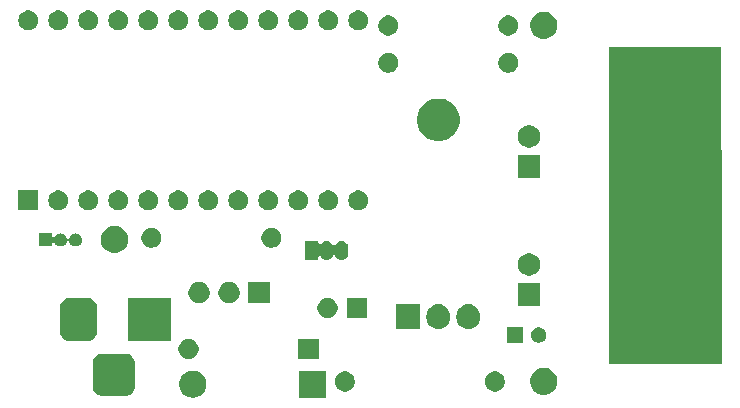
<source format=gbs>
G04 #@! TF.GenerationSoftware,KiCad,Pcbnew,(5.1.6)-1*
G04 #@! TF.CreationDate,2020-12-02T16:01:19+01:00*
G04 #@! TF.ProjectId,TapeXUM,54617065-5855-44d2-9e6b-696361645f70,rev?*
G04 #@! TF.SameCoordinates,Original*
G04 #@! TF.FileFunction,Soldermask,Bot*
G04 #@! TF.FilePolarity,Negative*
%FSLAX46Y46*%
G04 Gerber Fmt 4.6, Leading zero omitted, Abs format (unit mm)*
G04 Created by KiCad (PCBNEW (5.1.6)-1) date 2020-12-02 16:01:19*
%MOMM*%
%LPD*%
G01*
G04 APERTURE LIST*
%ADD10C,0.100000*%
G04 APERTURE END LIST*
D10*
G36*
X41209340Y-46098840D02*
G01*
X38907340Y-46098840D01*
X38907340Y-43796840D01*
X41209340Y-43796840D01*
X41209340Y-46098840D01*
G37*
G36*
X30077663Y-43809960D02*
G01*
X30234074Y-43841072D01*
X30382190Y-43902424D01*
X30403149Y-43911105D01*
X30443543Y-43927837D01*
X30632060Y-44053800D01*
X30792380Y-44214120D01*
X30918343Y-44402637D01*
X30996215Y-44590636D01*
X31005108Y-44612107D01*
X31045937Y-44817365D01*
X31049340Y-44834476D01*
X31049340Y-45061204D01*
X31005108Y-45283574D01*
X30960853Y-45390415D01*
X30922277Y-45483547D01*
X30918343Y-45493043D01*
X30792380Y-45681560D01*
X30632060Y-45841880D01*
X30443543Y-45967843D01*
X30234074Y-46054608D01*
X30122889Y-46076724D01*
X30011705Y-46098840D01*
X29784975Y-46098840D01*
X29673791Y-46076724D01*
X29562606Y-46054608D01*
X29353137Y-45967843D01*
X29164620Y-45841880D01*
X29004300Y-45681560D01*
X28878337Y-45493043D01*
X28874404Y-45483547D01*
X28835827Y-45390415D01*
X28791572Y-45283574D01*
X28747340Y-45061204D01*
X28747340Y-44834476D01*
X28750744Y-44817365D01*
X28791572Y-44612107D01*
X28800466Y-44590636D01*
X28878337Y-44402637D01*
X29004300Y-44214120D01*
X29164620Y-44053800D01*
X29353137Y-43927837D01*
X29393532Y-43911105D01*
X29414490Y-43902424D01*
X29562606Y-43841072D01*
X29719017Y-43809960D01*
X29784975Y-43796840D01*
X30011705Y-43796840D01*
X30077663Y-43809960D01*
G37*
G36*
X24339166Y-42387295D02*
G01*
X24496260Y-42434949D01*
X24641031Y-42512331D01*
X24767928Y-42616472D01*
X24872069Y-42743369D01*
X24949451Y-42888140D01*
X24997105Y-43045234D01*
X25013800Y-43214740D01*
X25013800Y-45128460D01*
X24997105Y-45297966D01*
X24949451Y-45455060D01*
X24872069Y-45599831D01*
X24767928Y-45726728D01*
X24641031Y-45830869D01*
X24496260Y-45908251D01*
X24339166Y-45955905D01*
X24169660Y-45972600D01*
X22255940Y-45972600D01*
X22086434Y-45955905D01*
X21929340Y-45908251D01*
X21784569Y-45830869D01*
X21657672Y-45726728D01*
X21553531Y-45599831D01*
X21476149Y-45455060D01*
X21428495Y-45297966D01*
X21411800Y-45128460D01*
X21411800Y-43214740D01*
X21428495Y-43045234D01*
X21476149Y-42888140D01*
X21553531Y-42743369D01*
X21657672Y-42616472D01*
X21784569Y-42512331D01*
X21929340Y-42434949D01*
X22086434Y-42387295D01*
X22255940Y-42370600D01*
X24169660Y-42370600D01*
X24339166Y-42387295D01*
G37*
G36*
X59824549Y-43575116D02*
G01*
X59935734Y-43597232D01*
X60145203Y-43683997D01*
X60333720Y-43809960D01*
X60494040Y-43970280D01*
X60620003Y-44158797D01*
X60620004Y-44158799D01*
X60706768Y-44368267D01*
X60751000Y-44590635D01*
X60751000Y-44817365D01*
X60747596Y-44834476D01*
X60706768Y-45039734D01*
X60620003Y-45249203D01*
X60494040Y-45437720D01*
X60333720Y-45598040D01*
X60145203Y-45724003D01*
X60145202Y-45724004D01*
X60145201Y-45724004D01*
X60083850Y-45749416D01*
X59935734Y-45810768D01*
X59834679Y-45830869D01*
X59713365Y-45855000D01*
X59486635Y-45855000D01*
X59365321Y-45830869D01*
X59264266Y-45810768D01*
X59116150Y-45749416D01*
X59054799Y-45724004D01*
X59054798Y-45724004D01*
X59054797Y-45724003D01*
X58866280Y-45598040D01*
X58705960Y-45437720D01*
X58579997Y-45249203D01*
X58493232Y-45039734D01*
X58452404Y-44834476D01*
X58449000Y-44817365D01*
X58449000Y-44590635D01*
X58493232Y-44368267D01*
X58579996Y-44158799D01*
X58579997Y-44158797D01*
X58705960Y-43970280D01*
X58866280Y-43809960D01*
X59054797Y-43683997D01*
X59264266Y-43597232D01*
X59375451Y-43575116D01*
X59486635Y-43553000D01*
X59713365Y-43553000D01*
X59824549Y-43575116D01*
G37*
G36*
X55709128Y-43911103D02*
G01*
X55864000Y-43975253D01*
X56003381Y-44068385D01*
X56121915Y-44186919D01*
X56215047Y-44326300D01*
X56279197Y-44481172D01*
X56311900Y-44645584D01*
X56311900Y-44813216D01*
X56279197Y-44977628D01*
X56215047Y-45132500D01*
X56121915Y-45271881D01*
X56003381Y-45390415D01*
X55864000Y-45483547D01*
X55709128Y-45547697D01*
X55544716Y-45580400D01*
X55377084Y-45580400D01*
X55212672Y-45547697D01*
X55057800Y-45483547D01*
X54918419Y-45390415D01*
X54799885Y-45271881D01*
X54706753Y-45132500D01*
X54642603Y-44977628D01*
X54609900Y-44813216D01*
X54609900Y-44645584D01*
X54642603Y-44481172D01*
X54706753Y-44326300D01*
X54799885Y-44186919D01*
X54918419Y-44068385D01*
X55057800Y-43975253D01*
X55212672Y-43911103D01*
X55377084Y-43878400D01*
X55544716Y-43878400D01*
X55709128Y-43911103D01*
G37*
G36*
X43009128Y-43911103D02*
G01*
X43164000Y-43975253D01*
X43303381Y-44068385D01*
X43421915Y-44186919D01*
X43515047Y-44326300D01*
X43579197Y-44481172D01*
X43611900Y-44645584D01*
X43611900Y-44813216D01*
X43579197Y-44977628D01*
X43515047Y-45132500D01*
X43421915Y-45271881D01*
X43303381Y-45390415D01*
X43164000Y-45483547D01*
X43009128Y-45547697D01*
X42844716Y-45580400D01*
X42677084Y-45580400D01*
X42512672Y-45547697D01*
X42357800Y-45483547D01*
X42218419Y-45390415D01*
X42099885Y-45271881D01*
X42006753Y-45132500D01*
X41942603Y-44977628D01*
X41909900Y-44813216D01*
X41909900Y-44645584D01*
X41942603Y-44481172D01*
X42006753Y-44326300D01*
X42099885Y-44186919D01*
X42218419Y-44068385D01*
X42357800Y-43975253D01*
X42512672Y-43911103D01*
X42677084Y-43878400D01*
X42844716Y-43878400D01*
X43009128Y-43911103D01*
G37*
G36*
X74599800Y-16408400D02*
G01*
X74665212Y-33709803D01*
X74701361Y-43271100D01*
X74701400Y-43281600D01*
X74694969Y-43281566D01*
X74694967Y-43281566D01*
X65157137Y-43230833D01*
X65157133Y-43230833D01*
X65151000Y-43230800D01*
X65151000Y-16383000D01*
X74599800Y-16408400D01*
G37*
G36*
X40538500Y-42821960D02*
G01*
X38836500Y-42821960D01*
X38836500Y-41119960D01*
X40538500Y-41119960D01*
X40538500Y-42821960D01*
G37*
G36*
X29775728Y-41152663D02*
G01*
X29930600Y-41216813D01*
X30069981Y-41309945D01*
X30188515Y-41428479D01*
X30281647Y-41567860D01*
X30345797Y-41722732D01*
X30378500Y-41887144D01*
X30378500Y-42054776D01*
X30345797Y-42219188D01*
X30281647Y-42374060D01*
X30188515Y-42513441D01*
X30069981Y-42631975D01*
X29930600Y-42725107D01*
X29775728Y-42789257D01*
X29611316Y-42821960D01*
X29443684Y-42821960D01*
X29279272Y-42789257D01*
X29124400Y-42725107D01*
X28985019Y-42631975D01*
X28866485Y-42513441D01*
X28773353Y-42374060D01*
X28709203Y-42219188D01*
X28676500Y-42054776D01*
X28676500Y-41887144D01*
X28709203Y-41722732D01*
X28773353Y-41567860D01*
X28866485Y-41428479D01*
X28985019Y-41309945D01*
X29124400Y-41216813D01*
X29279272Y-41152663D01*
X29443684Y-41119960D01*
X29611316Y-41119960D01*
X29775728Y-41152663D01*
G37*
G36*
X57826400Y-41443400D02*
G01*
X56524400Y-41443400D01*
X56524400Y-40141400D01*
X57826400Y-40141400D01*
X57826400Y-41443400D01*
G37*
G36*
X59365290Y-40166417D02*
G01*
X59481319Y-40214478D01*
X59483764Y-40215491D01*
X59568126Y-40271860D01*
X59590388Y-40286735D01*
X59681065Y-40377412D01*
X59752310Y-40484038D01*
X59801383Y-40602510D01*
X59826400Y-40728281D01*
X59826400Y-40856519D01*
X59801383Y-40982290D01*
X59775217Y-41045461D01*
X59752309Y-41100764D01*
X59681065Y-41207388D01*
X59590388Y-41298065D01*
X59483764Y-41369309D01*
X59483763Y-41369310D01*
X59483762Y-41369310D01*
X59365290Y-41418383D01*
X59239519Y-41443400D01*
X59111281Y-41443400D01*
X58985510Y-41418383D01*
X58867038Y-41369310D01*
X58867037Y-41369310D01*
X58867036Y-41369309D01*
X58760412Y-41298065D01*
X58669735Y-41207388D01*
X58598491Y-41100764D01*
X58575584Y-41045461D01*
X58549417Y-40982290D01*
X58524400Y-40856519D01*
X58524400Y-40728281D01*
X58549417Y-40602510D01*
X58598490Y-40484038D01*
X58669735Y-40377412D01*
X58760412Y-40286735D01*
X58782674Y-40271860D01*
X58867036Y-40215491D01*
X58869482Y-40214478D01*
X58985510Y-40166417D01*
X59111281Y-40141400D01*
X59239519Y-40141400D01*
X59365290Y-40166417D01*
G37*
G36*
X21189779Y-37684893D02*
G01*
X21323425Y-37725434D01*
X21446584Y-37791264D01*
X21554540Y-37879860D01*
X21643136Y-37987816D01*
X21708966Y-38110975D01*
X21749507Y-38244621D01*
X21763800Y-38389740D01*
X21763800Y-40553460D01*
X21749507Y-40698579D01*
X21708966Y-40832225D01*
X21643136Y-40955384D01*
X21554540Y-41063340D01*
X21446584Y-41151936D01*
X21323425Y-41217766D01*
X21189779Y-41258307D01*
X21044660Y-41272600D01*
X19380940Y-41272600D01*
X19235821Y-41258307D01*
X19102175Y-41217766D01*
X18979016Y-41151936D01*
X18871060Y-41063340D01*
X18782464Y-40955384D01*
X18716634Y-40832225D01*
X18676093Y-40698579D01*
X18661800Y-40553460D01*
X18661800Y-38389740D01*
X18676093Y-38244621D01*
X18716634Y-38110975D01*
X18782464Y-37987816D01*
X18871060Y-37879860D01*
X18979016Y-37791264D01*
X19102175Y-37725434D01*
X19235821Y-37684893D01*
X19380940Y-37670600D01*
X21044660Y-37670600D01*
X21189779Y-37684893D01*
G37*
G36*
X28013800Y-41272600D02*
G01*
X24411800Y-41272600D01*
X24411800Y-37670600D01*
X28013800Y-37670600D01*
X28013800Y-41272600D01*
G37*
G36*
X53419879Y-38198900D02*
G01*
X53609040Y-38256281D01*
X53609043Y-38256282D01*
X53701493Y-38305698D01*
X53783372Y-38349463D01*
X53936175Y-38474865D01*
X54061577Y-38627668D01*
X54154759Y-38801999D01*
X54212140Y-38991160D01*
X54226660Y-39138586D01*
X54226660Y-39332173D01*
X54212140Y-39479599D01*
X54154759Y-39668760D01*
X54154758Y-39668763D01*
X54105342Y-39761213D01*
X54061577Y-39843092D01*
X53936175Y-39995895D01*
X53783372Y-40121297D01*
X53609041Y-40214479D01*
X53419880Y-40271860D01*
X53223160Y-40291235D01*
X53026441Y-40271860D01*
X52837280Y-40214479D01*
X52662948Y-40121297D01*
X52510145Y-39995895D01*
X52384743Y-39843092D01*
X52291561Y-39668761D01*
X52234180Y-39479600D01*
X52219660Y-39332174D01*
X52219660Y-39138587D01*
X52234180Y-38991161D01*
X52291561Y-38802000D01*
X52291562Y-38801997D01*
X52340978Y-38709547D01*
X52384743Y-38627668D01*
X52510145Y-38474865D01*
X52662948Y-38349463D01*
X52837279Y-38256281D01*
X53026440Y-38198900D01*
X53223160Y-38179525D01*
X53419879Y-38198900D01*
G37*
G36*
X50879879Y-38198900D02*
G01*
X51069040Y-38256281D01*
X51069043Y-38256282D01*
X51161493Y-38305698D01*
X51243372Y-38349463D01*
X51396175Y-38474865D01*
X51521577Y-38627668D01*
X51614759Y-38801999D01*
X51672140Y-38991160D01*
X51686660Y-39138586D01*
X51686660Y-39332173D01*
X51672140Y-39479599D01*
X51614759Y-39668760D01*
X51614758Y-39668763D01*
X51565342Y-39761213D01*
X51521577Y-39843092D01*
X51396175Y-39995895D01*
X51243372Y-40121297D01*
X51069041Y-40214479D01*
X50879880Y-40271860D01*
X50683160Y-40291235D01*
X50486441Y-40271860D01*
X50297280Y-40214479D01*
X50122948Y-40121297D01*
X49970145Y-39995895D01*
X49844743Y-39843092D01*
X49751561Y-39668761D01*
X49694180Y-39479600D01*
X49679660Y-39332174D01*
X49679660Y-39138587D01*
X49694180Y-38991161D01*
X49751561Y-38802000D01*
X49751562Y-38801997D01*
X49800978Y-38709547D01*
X49844743Y-38627668D01*
X49970145Y-38474865D01*
X50122948Y-38349463D01*
X50297279Y-38256281D01*
X50486440Y-38198900D01*
X50683160Y-38179525D01*
X50879879Y-38198900D01*
G37*
G36*
X49146660Y-40286380D02*
G01*
X47139660Y-40286380D01*
X47139660Y-38184380D01*
X49146660Y-38184380D01*
X49146660Y-40286380D01*
G37*
G36*
X44651000Y-39351000D02*
G01*
X42949000Y-39351000D01*
X42949000Y-37649000D01*
X44651000Y-37649000D01*
X44651000Y-39351000D01*
G37*
G36*
X41548228Y-37681703D02*
G01*
X41703100Y-37745853D01*
X41842481Y-37838985D01*
X41961015Y-37957519D01*
X42054147Y-38096900D01*
X42118297Y-38251772D01*
X42151000Y-38416184D01*
X42151000Y-38583816D01*
X42118297Y-38748228D01*
X42054147Y-38903100D01*
X41961015Y-39042481D01*
X41842481Y-39161015D01*
X41703100Y-39254147D01*
X41548228Y-39318297D01*
X41383816Y-39351000D01*
X41216184Y-39351000D01*
X41051772Y-39318297D01*
X40896900Y-39254147D01*
X40757519Y-39161015D01*
X40638985Y-39042481D01*
X40545853Y-38903100D01*
X40481703Y-38748228D01*
X40449000Y-38583816D01*
X40449000Y-38416184D01*
X40481703Y-38251772D01*
X40545853Y-38096900D01*
X40638985Y-37957519D01*
X40757519Y-37838985D01*
X40896900Y-37745853D01*
X41051772Y-37681703D01*
X41216184Y-37649000D01*
X41383816Y-37649000D01*
X41548228Y-37681703D01*
G37*
G36*
X59307500Y-38309320D02*
G01*
X57405500Y-38309320D01*
X57405500Y-36407320D01*
X59307500Y-36407320D01*
X59307500Y-38309320D01*
G37*
G36*
X33082712Y-36314927D02*
G01*
X33232012Y-36344624D01*
X33395984Y-36412544D01*
X33543554Y-36511147D01*
X33669053Y-36636646D01*
X33767656Y-36784216D01*
X33835576Y-36948188D01*
X33870200Y-37122259D01*
X33870200Y-37299741D01*
X33835576Y-37473812D01*
X33767656Y-37637784D01*
X33669053Y-37785354D01*
X33543554Y-37910853D01*
X33395984Y-38009456D01*
X33232012Y-38077376D01*
X33082712Y-38107073D01*
X33057942Y-38112000D01*
X32880458Y-38112000D01*
X32855688Y-38107073D01*
X32706388Y-38077376D01*
X32542416Y-38009456D01*
X32394846Y-37910853D01*
X32269347Y-37785354D01*
X32170744Y-37637784D01*
X32102824Y-37473812D01*
X32068200Y-37299741D01*
X32068200Y-37122259D01*
X32102824Y-36948188D01*
X32170744Y-36784216D01*
X32269347Y-36636646D01*
X32394846Y-36511147D01*
X32542416Y-36412544D01*
X32706388Y-36344624D01*
X32855688Y-36314927D01*
X32880458Y-36310000D01*
X33057942Y-36310000D01*
X33082712Y-36314927D01*
G37*
G36*
X36410200Y-38112000D02*
G01*
X34608200Y-38112000D01*
X34608200Y-36310000D01*
X36410200Y-36310000D01*
X36410200Y-38112000D01*
G37*
G36*
X30542712Y-36314927D02*
G01*
X30692012Y-36344624D01*
X30855984Y-36412544D01*
X31003554Y-36511147D01*
X31129053Y-36636646D01*
X31227656Y-36784216D01*
X31295576Y-36948188D01*
X31330200Y-37122259D01*
X31330200Y-37299741D01*
X31295576Y-37473812D01*
X31227656Y-37637784D01*
X31129053Y-37785354D01*
X31003554Y-37910853D01*
X30855984Y-38009456D01*
X30692012Y-38077376D01*
X30542712Y-38107073D01*
X30517942Y-38112000D01*
X30340458Y-38112000D01*
X30315688Y-38107073D01*
X30166388Y-38077376D01*
X30002416Y-38009456D01*
X29854846Y-37910853D01*
X29729347Y-37785354D01*
X29630744Y-37637784D01*
X29562824Y-37473812D01*
X29528200Y-37299741D01*
X29528200Y-37122259D01*
X29562824Y-36948188D01*
X29630744Y-36784216D01*
X29729347Y-36636646D01*
X29854846Y-36511147D01*
X30002416Y-36412544D01*
X30166388Y-36344624D01*
X30315688Y-36314927D01*
X30340458Y-36310000D01*
X30517942Y-36310000D01*
X30542712Y-36314927D01*
G37*
G36*
X58633895Y-33903866D02*
G01*
X58806966Y-33975554D01*
X58806967Y-33975555D01*
X58962727Y-34079630D01*
X59095190Y-34212093D01*
X59095191Y-34212095D01*
X59199266Y-34367854D01*
X59270954Y-34540925D01*
X59307500Y-34724653D01*
X59307500Y-34911987D01*
X59270954Y-35095715D01*
X59199266Y-35268786D01*
X59199265Y-35268787D01*
X59095190Y-35424547D01*
X58962727Y-35557010D01*
X58884318Y-35609401D01*
X58806966Y-35661086D01*
X58633895Y-35732774D01*
X58450167Y-35769320D01*
X58262833Y-35769320D01*
X58079105Y-35732774D01*
X57906034Y-35661086D01*
X57828682Y-35609401D01*
X57750273Y-35557010D01*
X57617810Y-35424547D01*
X57513735Y-35268787D01*
X57513734Y-35268786D01*
X57442046Y-35095715D01*
X57405500Y-34911987D01*
X57405500Y-34724653D01*
X57442046Y-34540925D01*
X57513734Y-34367854D01*
X57617809Y-34212095D01*
X57617810Y-34212093D01*
X57750273Y-34079630D01*
X57906033Y-33975555D01*
X57906034Y-33975554D01*
X58079105Y-33903866D01*
X58262833Y-33867320D01*
X58450167Y-33867320D01*
X58633895Y-33903866D01*
G37*
G36*
X42604575Y-32821694D02*
G01*
X42713151Y-32854631D01*
X42713154Y-32854632D01*
X42720506Y-32858562D01*
X42813216Y-32908116D01*
X42900924Y-32980096D01*
X42972904Y-33067803D01*
X42992936Y-33105281D01*
X43026388Y-33167865D01*
X43026389Y-33167868D01*
X43059326Y-33276444D01*
X43067660Y-33361062D01*
X43067660Y-33867657D01*
X43059326Y-33952276D01*
X43026912Y-34059127D01*
X43026388Y-34060855D01*
X43016421Y-34079501D01*
X42972904Y-34160917D01*
X42900924Y-34248624D01*
X42813217Y-34320604D01*
X42749261Y-34354789D01*
X42713155Y-34374088D01*
X42713152Y-34374089D01*
X42604576Y-34407026D01*
X42491660Y-34418147D01*
X42378745Y-34407026D01*
X42270169Y-34374089D01*
X42270166Y-34374088D01*
X42234060Y-34354789D01*
X42170104Y-34320604D01*
X42082397Y-34248624D01*
X42010417Y-34160917D01*
X41966968Y-34079630D01*
X41966899Y-34079501D01*
X41953285Y-34059126D01*
X41935958Y-34041799D01*
X41915584Y-34028186D01*
X41892945Y-34018808D01*
X41868912Y-34014028D01*
X41844408Y-34014028D01*
X41820375Y-34018808D01*
X41797736Y-34028186D01*
X41777361Y-34041800D01*
X41760034Y-34059127D01*
X41746421Y-34079501D01*
X41702904Y-34160917D01*
X41630924Y-34248624D01*
X41543217Y-34320604D01*
X41479261Y-34354789D01*
X41443155Y-34374088D01*
X41443152Y-34374089D01*
X41334576Y-34407026D01*
X41221660Y-34418147D01*
X41108745Y-34407026D01*
X41000169Y-34374089D01*
X41000166Y-34374088D01*
X40964060Y-34354789D01*
X40900104Y-34320604D01*
X40812397Y-34248624D01*
X40749282Y-34171719D01*
X40731957Y-34154394D01*
X40711583Y-34140780D01*
X40688944Y-34131403D01*
X40664910Y-34126623D01*
X40640406Y-34126623D01*
X40616373Y-34131404D01*
X40593734Y-34140781D01*
X40573360Y-34154395D01*
X40556033Y-34171722D01*
X40542419Y-34192096D01*
X40533042Y-34214735D01*
X40527660Y-34251020D01*
X40527660Y-34415360D01*
X39375660Y-34415360D01*
X39375660Y-32813360D01*
X40527660Y-32813360D01*
X40527660Y-32977701D01*
X40530062Y-33002087D01*
X40537175Y-33025536D01*
X40548726Y-33047147D01*
X40564271Y-33066089D01*
X40583213Y-33081634D01*
X40604824Y-33093185D01*
X40628273Y-33100298D01*
X40652659Y-33102700D01*
X40677045Y-33100298D01*
X40700494Y-33093185D01*
X40722105Y-33081634D01*
X40741047Y-33066089D01*
X40749268Y-33057017D01*
X40812396Y-32980096D01*
X40900103Y-32908116D01*
X40992813Y-32858562D01*
X41000165Y-32854632D01*
X41000168Y-32854631D01*
X41108744Y-32821694D01*
X41221660Y-32810573D01*
X41334575Y-32821694D01*
X41443151Y-32854631D01*
X41443154Y-32854632D01*
X41450506Y-32858562D01*
X41543216Y-32908116D01*
X41630924Y-32980096D01*
X41702904Y-33067803D01*
X41746421Y-33149219D01*
X41760035Y-33169594D01*
X41777362Y-33186921D01*
X41797736Y-33200534D01*
X41820375Y-33209912D01*
X41844408Y-33214692D01*
X41868912Y-33214692D01*
X41892945Y-33209912D01*
X41915584Y-33200534D01*
X41935959Y-33186920D01*
X41953286Y-33169593D01*
X41966899Y-33149220D01*
X42010416Y-33067804D01*
X42082396Y-32980096D01*
X42170103Y-32908116D01*
X42262813Y-32858562D01*
X42270165Y-32854632D01*
X42270168Y-32854631D01*
X42378744Y-32821694D01*
X42491660Y-32810573D01*
X42604575Y-32821694D01*
G37*
G36*
X23490949Y-31560916D02*
G01*
X23602134Y-31583032D01*
X23811603Y-31669797D01*
X24000120Y-31795760D01*
X24160440Y-31956080D01*
X24286403Y-32144597D01*
X24356809Y-32314571D01*
X24373168Y-32354067D01*
X24417400Y-32576435D01*
X24417400Y-32803165D01*
X24406381Y-32858562D01*
X24373168Y-33025534D01*
X24286403Y-33235003D01*
X24160440Y-33423520D01*
X24000120Y-33583840D01*
X23811603Y-33709803D01*
X23602134Y-33796568D01*
X23490949Y-33818684D01*
X23379765Y-33840800D01*
X23153035Y-33840800D01*
X23041851Y-33818684D01*
X22930666Y-33796568D01*
X22721197Y-33709803D01*
X22532680Y-33583840D01*
X22372360Y-33423520D01*
X22246397Y-33235003D01*
X22159632Y-33025534D01*
X22126419Y-32858562D01*
X22115400Y-32803165D01*
X22115400Y-32576435D01*
X22159632Y-32354067D01*
X22175992Y-32314571D01*
X22246397Y-32144597D01*
X22372360Y-31956080D01*
X22532680Y-31795760D01*
X22721197Y-31669797D01*
X22930666Y-31583032D01*
X23041851Y-31560916D01*
X23153035Y-31538800D01*
X23379765Y-31538800D01*
X23490949Y-31560916D01*
G37*
G36*
X26638828Y-31744503D02*
G01*
X26793700Y-31808653D01*
X26933081Y-31901785D01*
X27051615Y-32020319D01*
X27144747Y-32159700D01*
X27208897Y-32314572D01*
X27241600Y-32478984D01*
X27241600Y-32646616D01*
X27208897Y-32811028D01*
X27144747Y-32965900D01*
X27051615Y-33105281D01*
X26933081Y-33223815D01*
X26793700Y-33316947D01*
X26638828Y-33381097D01*
X26474416Y-33413800D01*
X26306784Y-33413800D01*
X26142372Y-33381097D01*
X25987500Y-33316947D01*
X25848119Y-33223815D01*
X25729585Y-33105281D01*
X25636453Y-32965900D01*
X25572303Y-32811028D01*
X25539600Y-32646616D01*
X25539600Y-32478984D01*
X25572303Y-32314572D01*
X25636453Y-32159700D01*
X25729585Y-32020319D01*
X25848119Y-31901785D01*
X25987500Y-31808653D01*
X26142372Y-31744503D01*
X26306784Y-31711800D01*
X26474416Y-31711800D01*
X26638828Y-31744503D01*
G37*
G36*
X36798828Y-31744503D02*
G01*
X36953700Y-31808653D01*
X37093081Y-31901785D01*
X37211615Y-32020319D01*
X37304747Y-32159700D01*
X37368897Y-32314572D01*
X37401600Y-32478984D01*
X37401600Y-32646616D01*
X37368897Y-32811028D01*
X37304747Y-32965900D01*
X37211615Y-33105281D01*
X37093081Y-33223815D01*
X36953700Y-33316947D01*
X36798828Y-33381097D01*
X36634416Y-33413800D01*
X36466784Y-33413800D01*
X36302372Y-33381097D01*
X36147500Y-33316947D01*
X36008119Y-33223815D01*
X35889585Y-33105281D01*
X35796453Y-32965900D01*
X35732303Y-32811028D01*
X35699600Y-32646616D01*
X35699600Y-32478984D01*
X35732303Y-32314572D01*
X35796453Y-32159700D01*
X35889585Y-32020319D01*
X36008119Y-31901785D01*
X36147500Y-31808653D01*
X36302372Y-31744503D01*
X36466784Y-31711800D01*
X36634416Y-31711800D01*
X36798828Y-31744503D01*
G37*
G36*
X17975400Y-32412818D02*
G01*
X17977802Y-32437204D01*
X17984915Y-32460653D01*
X17996466Y-32482264D01*
X18012011Y-32501206D01*
X18030953Y-32516751D01*
X18052564Y-32528302D01*
X18076013Y-32535415D01*
X18100399Y-32537817D01*
X18124785Y-32535415D01*
X18148234Y-32528302D01*
X18169845Y-32516751D01*
X18188787Y-32501206D01*
X18204332Y-32482264D01*
X18266409Y-32389360D01*
X18266410Y-32389358D01*
X18343158Y-32312610D01*
X18433404Y-32252310D01*
X18433405Y-32252309D01*
X18533679Y-32210774D01*
X18640130Y-32189600D01*
X18748670Y-32189600D01*
X18855121Y-32210774D01*
X18955395Y-32252309D01*
X18955396Y-32252310D01*
X19045642Y-32312610D01*
X19122390Y-32389358D01*
X19122391Y-32389360D01*
X19182691Y-32479605D01*
X19213916Y-32554989D01*
X19225467Y-32576600D01*
X19241012Y-32595541D01*
X19259954Y-32611087D01*
X19281565Y-32622638D01*
X19305014Y-32629751D01*
X19329400Y-32632153D01*
X19353786Y-32629751D01*
X19377235Y-32622638D01*
X19398846Y-32611087D01*
X19417787Y-32595542D01*
X19433333Y-32576600D01*
X19444884Y-32554989D01*
X19476109Y-32479605D01*
X19536409Y-32389360D01*
X19536410Y-32389358D01*
X19613158Y-32312610D01*
X19703404Y-32252310D01*
X19703405Y-32252309D01*
X19803679Y-32210774D01*
X19910130Y-32189600D01*
X20018670Y-32189600D01*
X20125121Y-32210774D01*
X20225395Y-32252309D01*
X20225396Y-32252310D01*
X20315642Y-32312610D01*
X20392390Y-32389358D01*
X20392391Y-32389360D01*
X20452691Y-32479605D01*
X20494226Y-32579879D01*
X20515400Y-32686330D01*
X20515400Y-32794870D01*
X20494226Y-32901321D01*
X20452691Y-33001595D01*
X20452690Y-33001596D01*
X20392390Y-33091842D01*
X20315642Y-33168590D01*
X20270212Y-33198945D01*
X20225395Y-33228891D01*
X20125121Y-33270426D01*
X20018670Y-33291600D01*
X19910130Y-33291600D01*
X19803679Y-33270426D01*
X19703405Y-33228891D01*
X19658588Y-33198945D01*
X19613158Y-33168590D01*
X19536410Y-33091842D01*
X19476110Y-33001596D01*
X19476109Y-33001595D01*
X19444884Y-32926211D01*
X19433333Y-32904600D01*
X19417788Y-32885659D01*
X19398846Y-32870113D01*
X19377235Y-32858562D01*
X19353786Y-32851449D01*
X19329400Y-32849047D01*
X19305014Y-32851449D01*
X19281565Y-32858562D01*
X19259954Y-32870113D01*
X19241013Y-32885658D01*
X19225467Y-32904600D01*
X19213916Y-32926211D01*
X19182691Y-33001595D01*
X19182690Y-33001596D01*
X19122390Y-33091842D01*
X19045642Y-33168590D01*
X19000212Y-33198945D01*
X18955395Y-33228891D01*
X18855121Y-33270426D01*
X18748670Y-33291600D01*
X18640130Y-33291600D01*
X18533679Y-33270426D01*
X18433405Y-33228891D01*
X18388588Y-33198945D01*
X18343158Y-33168590D01*
X18266410Y-33091842D01*
X18236546Y-33047147D01*
X18204332Y-32998936D01*
X18188786Y-32979994D01*
X18169844Y-32964449D01*
X18148233Y-32952898D01*
X18124785Y-32945785D01*
X18100398Y-32943383D01*
X18076012Y-32945785D01*
X18052563Y-32952898D01*
X18030953Y-32964449D01*
X18012011Y-32979995D01*
X17996466Y-32998937D01*
X17984915Y-33020548D01*
X17977802Y-33043996D01*
X17975400Y-33068382D01*
X17975400Y-33291600D01*
X16873400Y-33291600D01*
X16873400Y-32189600D01*
X17975400Y-32189600D01*
X17975400Y-32412818D01*
G37*
G36*
X28912128Y-28579663D02*
G01*
X29067000Y-28643813D01*
X29206381Y-28736945D01*
X29324915Y-28855479D01*
X29418047Y-28994860D01*
X29482197Y-29149732D01*
X29514900Y-29314144D01*
X29514900Y-29481776D01*
X29482197Y-29646188D01*
X29418047Y-29801060D01*
X29324915Y-29940441D01*
X29206381Y-30058975D01*
X29067000Y-30152107D01*
X28912128Y-30216257D01*
X28747716Y-30248960D01*
X28580084Y-30248960D01*
X28415672Y-30216257D01*
X28260800Y-30152107D01*
X28121419Y-30058975D01*
X28002885Y-29940441D01*
X27909753Y-29801060D01*
X27845603Y-29646188D01*
X27812900Y-29481776D01*
X27812900Y-29314144D01*
X27845603Y-29149732D01*
X27909753Y-28994860D01*
X28002885Y-28855479D01*
X28121419Y-28736945D01*
X28260800Y-28643813D01*
X28415672Y-28579663D01*
X28580084Y-28546960D01*
X28747716Y-28546960D01*
X28912128Y-28579663D01*
G37*
G36*
X16814900Y-30248960D02*
G01*
X15112900Y-30248960D01*
X15112900Y-28546960D01*
X16814900Y-28546960D01*
X16814900Y-30248960D01*
G37*
G36*
X18752128Y-28579663D02*
G01*
X18907000Y-28643813D01*
X19046381Y-28736945D01*
X19164915Y-28855479D01*
X19258047Y-28994860D01*
X19322197Y-29149732D01*
X19354900Y-29314144D01*
X19354900Y-29481776D01*
X19322197Y-29646188D01*
X19258047Y-29801060D01*
X19164915Y-29940441D01*
X19046381Y-30058975D01*
X18907000Y-30152107D01*
X18752128Y-30216257D01*
X18587716Y-30248960D01*
X18420084Y-30248960D01*
X18255672Y-30216257D01*
X18100800Y-30152107D01*
X17961419Y-30058975D01*
X17842885Y-29940441D01*
X17749753Y-29801060D01*
X17685603Y-29646188D01*
X17652900Y-29481776D01*
X17652900Y-29314144D01*
X17685603Y-29149732D01*
X17749753Y-28994860D01*
X17842885Y-28855479D01*
X17961419Y-28736945D01*
X18100800Y-28643813D01*
X18255672Y-28579663D01*
X18420084Y-28546960D01*
X18587716Y-28546960D01*
X18752128Y-28579663D01*
G37*
G36*
X21292128Y-28579663D02*
G01*
X21447000Y-28643813D01*
X21586381Y-28736945D01*
X21704915Y-28855479D01*
X21798047Y-28994860D01*
X21862197Y-29149732D01*
X21894900Y-29314144D01*
X21894900Y-29481776D01*
X21862197Y-29646188D01*
X21798047Y-29801060D01*
X21704915Y-29940441D01*
X21586381Y-30058975D01*
X21447000Y-30152107D01*
X21292128Y-30216257D01*
X21127716Y-30248960D01*
X20960084Y-30248960D01*
X20795672Y-30216257D01*
X20640800Y-30152107D01*
X20501419Y-30058975D01*
X20382885Y-29940441D01*
X20289753Y-29801060D01*
X20225603Y-29646188D01*
X20192900Y-29481776D01*
X20192900Y-29314144D01*
X20225603Y-29149732D01*
X20289753Y-28994860D01*
X20382885Y-28855479D01*
X20501419Y-28736945D01*
X20640800Y-28643813D01*
X20795672Y-28579663D01*
X20960084Y-28546960D01*
X21127716Y-28546960D01*
X21292128Y-28579663D01*
G37*
G36*
X23832128Y-28579663D02*
G01*
X23987000Y-28643813D01*
X24126381Y-28736945D01*
X24244915Y-28855479D01*
X24338047Y-28994860D01*
X24402197Y-29149732D01*
X24434900Y-29314144D01*
X24434900Y-29481776D01*
X24402197Y-29646188D01*
X24338047Y-29801060D01*
X24244915Y-29940441D01*
X24126381Y-30058975D01*
X23987000Y-30152107D01*
X23832128Y-30216257D01*
X23667716Y-30248960D01*
X23500084Y-30248960D01*
X23335672Y-30216257D01*
X23180800Y-30152107D01*
X23041419Y-30058975D01*
X22922885Y-29940441D01*
X22829753Y-29801060D01*
X22765603Y-29646188D01*
X22732900Y-29481776D01*
X22732900Y-29314144D01*
X22765603Y-29149732D01*
X22829753Y-28994860D01*
X22922885Y-28855479D01*
X23041419Y-28736945D01*
X23180800Y-28643813D01*
X23335672Y-28579663D01*
X23500084Y-28546960D01*
X23667716Y-28546960D01*
X23832128Y-28579663D01*
G37*
G36*
X31452128Y-28579663D02*
G01*
X31607000Y-28643813D01*
X31746381Y-28736945D01*
X31864915Y-28855479D01*
X31958047Y-28994860D01*
X32022197Y-29149732D01*
X32054900Y-29314144D01*
X32054900Y-29481776D01*
X32022197Y-29646188D01*
X31958047Y-29801060D01*
X31864915Y-29940441D01*
X31746381Y-30058975D01*
X31607000Y-30152107D01*
X31452128Y-30216257D01*
X31287716Y-30248960D01*
X31120084Y-30248960D01*
X30955672Y-30216257D01*
X30800800Y-30152107D01*
X30661419Y-30058975D01*
X30542885Y-29940441D01*
X30449753Y-29801060D01*
X30385603Y-29646188D01*
X30352900Y-29481776D01*
X30352900Y-29314144D01*
X30385603Y-29149732D01*
X30449753Y-28994860D01*
X30542885Y-28855479D01*
X30661419Y-28736945D01*
X30800800Y-28643813D01*
X30955672Y-28579663D01*
X31120084Y-28546960D01*
X31287716Y-28546960D01*
X31452128Y-28579663D01*
G37*
G36*
X33992128Y-28579663D02*
G01*
X34147000Y-28643813D01*
X34286381Y-28736945D01*
X34404915Y-28855479D01*
X34498047Y-28994860D01*
X34562197Y-29149732D01*
X34594900Y-29314144D01*
X34594900Y-29481776D01*
X34562197Y-29646188D01*
X34498047Y-29801060D01*
X34404915Y-29940441D01*
X34286381Y-30058975D01*
X34147000Y-30152107D01*
X33992128Y-30216257D01*
X33827716Y-30248960D01*
X33660084Y-30248960D01*
X33495672Y-30216257D01*
X33340800Y-30152107D01*
X33201419Y-30058975D01*
X33082885Y-29940441D01*
X32989753Y-29801060D01*
X32925603Y-29646188D01*
X32892900Y-29481776D01*
X32892900Y-29314144D01*
X32925603Y-29149732D01*
X32989753Y-28994860D01*
X33082885Y-28855479D01*
X33201419Y-28736945D01*
X33340800Y-28643813D01*
X33495672Y-28579663D01*
X33660084Y-28546960D01*
X33827716Y-28546960D01*
X33992128Y-28579663D01*
G37*
G36*
X36532128Y-28579663D02*
G01*
X36687000Y-28643813D01*
X36826381Y-28736945D01*
X36944915Y-28855479D01*
X37038047Y-28994860D01*
X37102197Y-29149732D01*
X37134900Y-29314144D01*
X37134900Y-29481776D01*
X37102197Y-29646188D01*
X37038047Y-29801060D01*
X36944915Y-29940441D01*
X36826381Y-30058975D01*
X36687000Y-30152107D01*
X36532128Y-30216257D01*
X36367716Y-30248960D01*
X36200084Y-30248960D01*
X36035672Y-30216257D01*
X35880800Y-30152107D01*
X35741419Y-30058975D01*
X35622885Y-29940441D01*
X35529753Y-29801060D01*
X35465603Y-29646188D01*
X35432900Y-29481776D01*
X35432900Y-29314144D01*
X35465603Y-29149732D01*
X35529753Y-28994860D01*
X35622885Y-28855479D01*
X35741419Y-28736945D01*
X35880800Y-28643813D01*
X36035672Y-28579663D01*
X36200084Y-28546960D01*
X36367716Y-28546960D01*
X36532128Y-28579663D01*
G37*
G36*
X39072128Y-28579663D02*
G01*
X39227000Y-28643813D01*
X39366381Y-28736945D01*
X39484915Y-28855479D01*
X39578047Y-28994860D01*
X39642197Y-29149732D01*
X39674900Y-29314144D01*
X39674900Y-29481776D01*
X39642197Y-29646188D01*
X39578047Y-29801060D01*
X39484915Y-29940441D01*
X39366381Y-30058975D01*
X39227000Y-30152107D01*
X39072128Y-30216257D01*
X38907716Y-30248960D01*
X38740084Y-30248960D01*
X38575672Y-30216257D01*
X38420800Y-30152107D01*
X38281419Y-30058975D01*
X38162885Y-29940441D01*
X38069753Y-29801060D01*
X38005603Y-29646188D01*
X37972900Y-29481776D01*
X37972900Y-29314144D01*
X38005603Y-29149732D01*
X38069753Y-28994860D01*
X38162885Y-28855479D01*
X38281419Y-28736945D01*
X38420800Y-28643813D01*
X38575672Y-28579663D01*
X38740084Y-28546960D01*
X38907716Y-28546960D01*
X39072128Y-28579663D01*
G37*
G36*
X41612128Y-28579663D02*
G01*
X41767000Y-28643813D01*
X41906381Y-28736945D01*
X42024915Y-28855479D01*
X42118047Y-28994860D01*
X42182197Y-29149732D01*
X42214900Y-29314144D01*
X42214900Y-29481776D01*
X42182197Y-29646188D01*
X42118047Y-29801060D01*
X42024915Y-29940441D01*
X41906381Y-30058975D01*
X41767000Y-30152107D01*
X41612128Y-30216257D01*
X41447716Y-30248960D01*
X41280084Y-30248960D01*
X41115672Y-30216257D01*
X40960800Y-30152107D01*
X40821419Y-30058975D01*
X40702885Y-29940441D01*
X40609753Y-29801060D01*
X40545603Y-29646188D01*
X40512900Y-29481776D01*
X40512900Y-29314144D01*
X40545603Y-29149732D01*
X40609753Y-28994860D01*
X40702885Y-28855479D01*
X40821419Y-28736945D01*
X40960800Y-28643813D01*
X41115672Y-28579663D01*
X41280084Y-28546960D01*
X41447716Y-28546960D01*
X41612128Y-28579663D01*
G37*
G36*
X44152128Y-28579663D02*
G01*
X44307000Y-28643813D01*
X44446381Y-28736945D01*
X44564915Y-28855479D01*
X44658047Y-28994860D01*
X44722197Y-29149732D01*
X44754900Y-29314144D01*
X44754900Y-29481776D01*
X44722197Y-29646188D01*
X44658047Y-29801060D01*
X44564915Y-29940441D01*
X44446381Y-30058975D01*
X44307000Y-30152107D01*
X44152128Y-30216257D01*
X43987716Y-30248960D01*
X43820084Y-30248960D01*
X43655672Y-30216257D01*
X43500800Y-30152107D01*
X43361419Y-30058975D01*
X43242885Y-29940441D01*
X43149753Y-29801060D01*
X43085603Y-29646188D01*
X43052900Y-29481776D01*
X43052900Y-29314144D01*
X43085603Y-29149732D01*
X43149753Y-28994860D01*
X43242885Y-28855479D01*
X43361419Y-28736945D01*
X43500800Y-28643813D01*
X43655672Y-28579663D01*
X43820084Y-28546960D01*
X43987716Y-28546960D01*
X44152128Y-28579663D01*
G37*
G36*
X26372128Y-28579663D02*
G01*
X26527000Y-28643813D01*
X26666381Y-28736945D01*
X26784915Y-28855479D01*
X26878047Y-28994860D01*
X26942197Y-29149732D01*
X26974900Y-29314144D01*
X26974900Y-29481776D01*
X26942197Y-29646188D01*
X26878047Y-29801060D01*
X26784915Y-29940441D01*
X26666381Y-30058975D01*
X26527000Y-30152107D01*
X26372128Y-30216257D01*
X26207716Y-30248960D01*
X26040084Y-30248960D01*
X25875672Y-30216257D01*
X25720800Y-30152107D01*
X25581419Y-30058975D01*
X25462885Y-29940441D01*
X25369753Y-29801060D01*
X25305603Y-29646188D01*
X25272900Y-29481776D01*
X25272900Y-29314144D01*
X25305603Y-29149732D01*
X25369753Y-28994860D01*
X25462885Y-28855479D01*
X25581419Y-28736945D01*
X25720800Y-28643813D01*
X25875672Y-28579663D01*
X26040084Y-28546960D01*
X26207716Y-28546960D01*
X26372128Y-28579663D01*
G37*
G36*
X59307500Y-27468600D02*
G01*
X57405500Y-27468600D01*
X57405500Y-25566600D01*
X59307500Y-25566600D01*
X59307500Y-27468600D01*
G37*
G36*
X58633895Y-23063146D02*
G01*
X58806966Y-23134834D01*
X58806967Y-23134835D01*
X58962727Y-23238910D01*
X59095190Y-23371373D01*
X59095191Y-23371375D01*
X59199266Y-23527134D01*
X59270954Y-23700205D01*
X59307500Y-23883933D01*
X59307500Y-24071267D01*
X59270954Y-24254995D01*
X59199266Y-24428066D01*
X59199265Y-24428067D01*
X59095190Y-24583827D01*
X58962727Y-24716290D01*
X58884318Y-24768681D01*
X58806966Y-24820366D01*
X58633895Y-24892054D01*
X58450167Y-24928600D01*
X58262833Y-24928600D01*
X58079105Y-24892054D01*
X57906034Y-24820366D01*
X57828682Y-24768681D01*
X57750273Y-24716290D01*
X57617810Y-24583827D01*
X57513735Y-24428067D01*
X57513734Y-24428066D01*
X57442046Y-24254995D01*
X57405500Y-24071267D01*
X57405500Y-23883933D01*
X57442046Y-23700205D01*
X57513734Y-23527134D01*
X57617809Y-23371375D01*
X57617810Y-23371373D01*
X57750273Y-23238910D01*
X57906033Y-23134835D01*
X57906034Y-23134834D01*
X58079105Y-23063146D01*
X58262833Y-23026600D01*
X58450167Y-23026600D01*
X58633895Y-23063146D01*
G37*
G36*
X51208491Y-20843591D02*
G01*
X51536252Y-20979354D01*
X51831230Y-21176452D01*
X52082088Y-21427310D01*
X52279186Y-21722288D01*
X52414949Y-22050049D01*
X52484160Y-22397996D01*
X52484160Y-22752764D01*
X52414949Y-23100711D01*
X52279186Y-23428472D01*
X52082088Y-23723450D01*
X51831230Y-23974308D01*
X51536252Y-24171406D01*
X51208491Y-24307169D01*
X50860544Y-24376380D01*
X50505776Y-24376380D01*
X50157829Y-24307169D01*
X49830068Y-24171406D01*
X49535090Y-23974308D01*
X49284232Y-23723450D01*
X49087134Y-23428472D01*
X48951371Y-23100711D01*
X48882160Y-22752764D01*
X48882160Y-22397996D01*
X48951371Y-22050049D01*
X49087134Y-21722288D01*
X49284232Y-21427310D01*
X49535090Y-21176452D01*
X49830068Y-20979354D01*
X50157829Y-20843591D01*
X50505776Y-20774380D01*
X50860544Y-20774380D01*
X51208491Y-20843591D01*
G37*
G36*
X56861348Y-16910903D02*
G01*
X57016220Y-16975053D01*
X57155601Y-17068185D01*
X57274135Y-17186719D01*
X57367267Y-17326100D01*
X57431417Y-17480972D01*
X57464120Y-17645384D01*
X57464120Y-17813016D01*
X57431417Y-17977428D01*
X57367267Y-18132300D01*
X57274135Y-18271681D01*
X57155601Y-18390215D01*
X57016220Y-18483347D01*
X56861348Y-18547497D01*
X56696936Y-18580200D01*
X56529304Y-18580200D01*
X56364892Y-18547497D01*
X56210020Y-18483347D01*
X56070639Y-18390215D01*
X55952105Y-18271681D01*
X55858973Y-18132300D01*
X55794823Y-17977428D01*
X55762120Y-17813016D01*
X55762120Y-17645384D01*
X55794823Y-17480972D01*
X55858973Y-17326100D01*
X55952105Y-17186719D01*
X56070639Y-17068185D01*
X56210020Y-16975053D01*
X56364892Y-16910903D01*
X56529304Y-16878200D01*
X56696936Y-16878200D01*
X56861348Y-16910903D01*
G37*
G36*
X46701348Y-16910903D02*
G01*
X46856220Y-16975053D01*
X46995601Y-17068185D01*
X47114135Y-17186719D01*
X47207267Y-17326100D01*
X47271417Y-17480972D01*
X47304120Y-17645384D01*
X47304120Y-17813016D01*
X47271417Y-17977428D01*
X47207267Y-18132300D01*
X47114135Y-18271681D01*
X46995601Y-18390215D01*
X46856220Y-18483347D01*
X46701348Y-18547497D01*
X46536936Y-18580200D01*
X46369304Y-18580200D01*
X46204892Y-18547497D01*
X46050020Y-18483347D01*
X45910639Y-18390215D01*
X45792105Y-18271681D01*
X45698973Y-18132300D01*
X45634823Y-17977428D01*
X45602120Y-17813016D01*
X45602120Y-17645384D01*
X45634823Y-17480972D01*
X45698973Y-17326100D01*
X45792105Y-17186719D01*
X45910639Y-17068185D01*
X46050020Y-16975053D01*
X46204892Y-16910903D01*
X46369304Y-16878200D01*
X46536936Y-16878200D01*
X46701348Y-16910903D01*
G37*
G36*
X59824549Y-13450716D02*
G01*
X59935734Y-13472832D01*
X60145203Y-13559597D01*
X60333720Y-13685560D01*
X60494040Y-13845880D01*
X60620003Y-14034397D01*
X60706768Y-14243866D01*
X60751000Y-14466236D01*
X60751000Y-14692964D01*
X60706768Y-14915334D01*
X60620003Y-15124803D01*
X60494040Y-15313320D01*
X60333720Y-15473640D01*
X60145203Y-15599603D01*
X59935734Y-15686368D01*
X59824549Y-15708484D01*
X59713365Y-15730600D01*
X59486635Y-15730600D01*
X59375451Y-15708484D01*
X59264266Y-15686368D01*
X59054797Y-15599603D01*
X58866280Y-15473640D01*
X58705960Y-15313320D01*
X58579997Y-15124803D01*
X58493232Y-14915334D01*
X58449000Y-14692964D01*
X58449000Y-14466236D01*
X58493232Y-14243866D01*
X58579997Y-14034397D01*
X58705960Y-13845880D01*
X58866280Y-13685560D01*
X59054797Y-13559597D01*
X59264266Y-13472832D01*
X59375451Y-13450716D01*
X59486635Y-13428600D01*
X59713365Y-13428600D01*
X59824549Y-13450716D01*
G37*
G36*
X56861348Y-13771463D02*
G01*
X57016220Y-13835613D01*
X57155601Y-13928745D01*
X57274135Y-14047279D01*
X57367267Y-14186660D01*
X57431417Y-14341532D01*
X57464120Y-14505944D01*
X57464120Y-14673576D01*
X57431417Y-14837988D01*
X57367267Y-14992860D01*
X57274135Y-15132241D01*
X57155601Y-15250775D01*
X57016220Y-15343907D01*
X56861348Y-15408057D01*
X56696936Y-15440760D01*
X56529304Y-15440760D01*
X56364892Y-15408057D01*
X56210020Y-15343907D01*
X56070639Y-15250775D01*
X55952105Y-15132241D01*
X55858973Y-14992860D01*
X55794823Y-14837988D01*
X55762120Y-14673576D01*
X55762120Y-14505944D01*
X55794823Y-14341532D01*
X55858973Y-14186660D01*
X55952105Y-14047279D01*
X56070639Y-13928745D01*
X56210020Y-13835613D01*
X56364892Y-13771463D01*
X56529304Y-13738760D01*
X56696936Y-13738760D01*
X56861348Y-13771463D01*
G37*
G36*
X46701348Y-13771463D02*
G01*
X46856220Y-13835613D01*
X46995601Y-13928745D01*
X47114135Y-14047279D01*
X47207267Y-14186660D01*
X47271417Y-14341532D01*
X47304120Y-14505944D01*
X47304120Y-14673576D01*
X47271417Y-14837988D01*
X47207267Y-14992860D01*
X47114135Y-15132241D01*
X46995601Y-15250775D01*
X46856220Y-15343907D01*
X46701348Y-15408057D01*
X46536936Y-15440760D01*
X46369304Y-15440760D01*
X46204892Y-15408057D01*
X46050020Y-15343907D01*
X45910639Y-15250775D01*
X45792105Y-15132241D01*
X45698973Y-14992860D01*
X45634823Y-14837988D01*
X45602120Y-14673576D01*
X45602120Y-14505944D01*
X45634823Y-14341532D01*
X45698973Y-14186660D01*
X45792105Y-14047279D01*
X45910639Y-13928745D01*
X46050020Y-13835613D01*
X46204892Y-13771463D01*
X46369304Y-13738760D01*
X46536936Y-13738760D01*
X46701348Y-13771463D01*
G37*
G36*
X44152128Y-13339663D02*
G01*
X44307000Y-13403813D01*
X44446381Y-13496945D01*
X44564915Y-13615479D01*
X44658047Y-13754860D01*
X44722197Y-13909732D01*
X44754900Y-14074144D01*
X44754900Y-14241776D01*
X44722197Y-14406188D01*
X44658047Y-14561060D01*
X44564915Y-14700441D01*
X44446381Y-14818975D01*
X44307000Y-14912107D01*
X44152128Y-14976257D01*
X43987716Y-15008960D01*
X43820084Y-15008960D01*
X43655672Y-14976257D01*
X43500800Y-14912107D01*
X43361419Y-14818975D01*
X43242885Y-14700441D01*
X43149753Y-14561060D01*
X43085603Y-14406188D01*
X43052900Y-14241776D01*
X43052900Y-14074144D01*
X43085603Y-13909732D01*
X43149753Y-13754860D01*
X43242885Y-13615479D01*
X43361419Y-13496945D01*
X43500800Y-13403813D01*
X43655672Y-13339663D01*
X43820084Y-13306960D01*
X43987716Y-13306960D01*
X44152128Y-13339663D01*
G37*
G36*
X41612128Y-13339663D02*
G01*
X41767000Y-13403813D01*
X41906381Y-13496945D01*
X42024915Y-13615479D01*
X42118047Y-13754860D01*
X42182197Y-13909732D01*
X42214900Y-14074144D01*
X42214900Y-14241776D01*
X42182197Y-14406188D01*
X42118047Y-14561060D01*
X42024915Y-14700441D01*
X41906381Y-14818975D01*
X41767000Y-14912107D01*
X41612128Y-14976257D01*
X41447716Y-15008960D01*
X41280084Y-15008960D01*
X41115672Y-14976257D01*
X40960800Y-14912107D01*
X40821419Y-14818975D01*
X40702885Y-14700441D01*
X40609753Y-14561060D01*
X40545603Y-14406188D01*
X40512900Y-14241776D01*
X40512900Y-14074144D01*
X40545603Y-13909732D01*
X40609753Y-13754860D01*
X40702885Y-13615479D01*
X40821419Y-13496945D01*
X40960800Y-13403813D01*
X41115672Y-13339663D01*
X41280084Y-13306960D01*
X41447716Y-13306960D01*
X41612128Y-13339663D01*
G37*
G36*
X39072128Y-13339663D02*
G01*
X39227000Y-13403813D01*
X39366381Y-13496945D01*
X39484915Y-13615479D01*
X39578047Y-13754860D01*
X39642197Y-13909732D01*
X39674900Y-14074144D01*
X39674900Y-14241776D01*
X39642197Y-14406188D01*
X39578047Y-14561060D01*
X39484915Y-14700441D01*
X39366381Y-14818975D01*
X39227000Y-14912107D01*
X39072128Y-14976257D01*
X38907716Y-15008960D01*
X38740084Y-15008960D01*
X38575672Y-14976257D01*
X38420800Y-14912107D01*
X38281419Y-14818975D01*
X38162885Y-14700441D01*
X38069753Y-14561060D01*
X38005603Y-14406188D01*
X37972900Y-14241776D01*
X37972900Y-14074144D01*
X38005603Y-13909732D01*
X38069753Y-13754860D01*
X38162885Y-13615479D01*
X38281419Y-13496945D01*
X38420800Y-13403813D01*
X38575672Y-13339663D01*
X38740084Y-13306960D01*
X38907716Y-13306960D01*
X39072128Y-13339663D01*
G37*
G36*
X36532128Y-13339663D02*
G01*
X36687000Y-13403813D01*
X36826381Y-13496945D01*
X36944915Y-13615479D01*
X37038047Y-13754860D01*
X37102197Y-13909732D01*
X37134900Y-14074144D01*
X37134900Y-14241776D01*
X37102197Y-14406188D01*
X37038047Y-14561060D01*
X36944915Y-14700441D01*
X36826381Y-14818975D01*
X36687000Y-14912107D01*
X36532128Y-14976257D01*
X36367716Y-15008960D01*
X36200084Y-15008960D01*
X36035672Y-14976257D01*
X35880800Y-14912107D01*
X35741419Y-14818975D01*
X35622885Y-14700441D01*
X35529753Y-14561060D01*
X35465603Y-14406188D01*
X35432900Y-14241776D01*
X35432900Y-14074144D01*
X35465603Y-13909732D01*
X35529753Y-13754860D01*
X35622885Y-13615479D01*
X35741419Y-13496945D01*
X35880800Y-13403813D01*
X36035672Y-13339663D01*
X36200084Y-13306960D01*
X36367716Y-13306960D01*
X36532128Y-13339663D01*
G37*
G36*
X21292128Y-13339663D02*
G01*
X21447000Y-13403813D01*
X21586381Y-13496945D01*
X21704915Y-13615479D01*
X21798047Y-13754860D01*
X21862197Y-13909732D01*
X21894900Y-14074144D01*
X21894900Y-14241776D01*
X21862197Y-14406188D01*
X21798047Y-14561060D01*
X21704915Y-14700441D01*
X21586381Y-14818975D01*
X21447000Y-14912107D01*
X21292128Y-14976257D01*
X21127716Y-15008960D01*
X20960084Y-15008960D01*
X20795672Y-14976257D01*
X20640800Y-14912107D01*
X20501419Y-14818975D01*
X20382885Y-14700441D01*
X20289753Y-14561060D01*
X20225603Y-14406188D01*
X20192900Y-14241776D01*
X20192900Y-14074144D01*
X20225603Y-13909732D01*
X20289753Y-13754860D01*
X20382885Y-13615479D01*
X20501419Y-13496945D01*
X20640800Y-13403813D01*
X20795672Y-13339663D01*
X20960084Y-13306960D01*
X21127716Y-13306960D01*
X21292128Y-13339663D01*
G37*
G36*
X23832128Y-13339663D02*
G01*
X23987000Y-13403813D01*
X24126381Y-13496945D01*
X24244915Y-13615479D01*
X24338047Y-13754860D01*
X24402197Y-13909732D01*
X24434900Y-14074144D01*
X24434900Y-14241776D01*
X24402197Y-14406188D01*
X24338047Y-14561060D01*
X24244915Y-14700441D01*
X24126381Y-14818975D01*
X23987000Y-14912107D01*
X23832128Y-14976257D01*
X23667716Y-15008960D01*
X23500084Y-15008960D01*
X23335672Y-14976257D01*
X23180800Y-14912107D01*
X23041419Y-14818975D01*
X22922885Y-14700441D01*
X22829753Y-14561060D01*
X22765603Y-14406188D01*
X22732900Y-14241776D01*
X22732900Y-14074144D01*
X22765603Y-13909732D01*
X22829753Y-13754860D01*
X22922885Y-13615479D01*
X23041419Y-13496945D01*
X23180800Y-13403813D01*
X23335672Y-13339663D01*
X23500084Y-13306960D01*
X23667716Y-13306960D01*
X23832128Y-13339663D01*
G37*
G36*
X18752128Y-13339663D02*
G01*
X18907000Y-13403813D01*
X19046381Y-13496945D01*
X19164915Y-13615479D01*
X19258047Y-13754860D01*
X19322197Y-13909732D01*
X19354900Y-14074144D01*
X19354900Y-14241776D01*
X19322197Y-14406188D01*
X19258047Y-14561060D01*
X19164915Y-14700441D01*
X19046381Y-14818975D01*
X18907000Y-14912107D01*
X18752128Y-14976257D01*
X18587716Y-15008960D01*
X18420084Y-15008960D01*
X18255672Y-14976257D01*
X18100800Y-14912107D01*
X17961419Y-14818975D01*
X17842885Y-14700441D01*
X17749753Y-14561060D01*
X17685603Y-14406188D01*
X17652900Y-14241776D01*
X17652900Y-14074144D01*
X17685603Y-13909732D01*
X17749753Y-13754860D01*
X17842885Y-13615479D01*
X17961419Y-13496945D01*
X18100800Y-13403813D01*
X18255672Y-13339663D01*
X18420084Y-13306960D01*
X18587716Y-13306960D01*
X18752128Y-13339663D01*
G37*
G36*
X16212128Y-13339663D02*
G01*
X16367000Y-13403813D01*
X16506381Y-13496945D01*
X16624915Y-13615479D01*
X16718047Y-13754860D01*
X16782197Y-13909732D01*
X16814900Y-14074144D01*
X16814900Y-14241776D01*
X16782197Y-14406188D01*
X16718047Y-14561060D01*
X16624915Y-14700441D01*
X16506381Y-14818975D01*
X16367000Y-14912107D01*
X16212128Y-14976257D01*
X16047716Y-15008960D01*
X15880084Y-15008960D01*
X15715672Y-14976257D01*
X15560800Y-14912107D01*
X15421419Y-14818975D01*
X15302885Y-14700441D01*
X15209753Y-14561060D01*
X15145603Y-14406188D01*
X15112900Y-14241776D01*
X15112900Y-14074144D01*
X15145603Y-13909732D01*
X15209753Y-13754860D01*
X15302885Y-13615479D01*
X15421419Y-13496945D01*
X15560800Y-13403813D01*
X15715672Y-13339663D01*
X15880084Y-13306960D01*
X16047716Y-13306960D01*
X16212128Y-13339663D01*
G37*
G36*
X28912128Y-13339663D02*
G01*
X29067000Y-13403813D01*
X29206381Y-13496945D01*
X29324915Y-13615479D01*
X29418047Y-13754860D01*
X29482197Y-13909732D01*
X29514900Y-14074144D01*
X29514900Y-14241776D01*
X29482197Y-14406188D01*
X29418047Y-14561060D01*
X29324915Y-14700441D01*
X29206381Y-14818975D01*
X29067000Y-14912107D01*
X28912128Y-14976257D01*
X28747716Y-15008960D01*
X28580084Y-15008960D01*
X28415672Y-14976257D01*
X28260800Y-14912107D01*
X28121419Y-14818975D01*
X28002885Y-14700441D01*
X27909753Y-14561060D01*
X27845603Y-14406188D01*
X27812900Y-14241776D01*
X27812900Y-14074144D01*
X27845603Y-13909732D01*
X27909753Y-13754860D01*
X28002885Y-13615479D01*
X28121419Y-13496945D01*
X28260800Y-13403813D01*
X28415672Y-13339663D01*
X28580084Y-13306960D01*
X28747716Y-13306960D01*
X28912128Y-13339663D01*
G37*
G36*
X31452128Y-13339663D02*
G01*
X31607000Y-13403813D01*
X31746381Y-13496945D01*
X31864915Y-13615479D01*
X31958047Y-13754860D01*
X32022197Y-13909732D01*
X32054900Y-14074144D01*
X32054900Y-14241776D01*
X32022197Y-14406188D01*
X31958047Y-14561060D01*
X31864915Y-14700441D01*
X31746381Y-14818975D01*
X31607000Y-14912107D01*
X31452128Y-14976257D01*
X31287716Y-15008960D01*
X31120084Y-15008960D01*
X30955672Y-14976257D01*
X30800800Y-14912107D01*
X30661419Y-14818975D01*
X30542885Y-14700441D01*
X30449753Y-14561060D01*
X30385603Y-14406188D01*
X30352900Y-14241776D01*
X30352900Y-14074144D01*
X30385603Y-13909732D01*
X30449753Y-13754860D01*
X30542885Y-13615479D01*
X30661419Y-13496945D01*
X30800800Y-13403813D01*
X30955672Y-13339663D01*
X31120084Y-13306960D01*
X31287716Y-13306960D01*
X31452128Y-13339663D01*
G37*
G36*
X33992128Y-13339663D02*
G01*
X34147000Y-13403813D01*
X34286381Y-13496945D01*
X34404915Y-13615479D01*
X34498047Y-13754860D01*
X34562197Y-13909732D01*
X34594900Y-14074144D01*
X34594900Y-14241776D01*
X34562197Y-14406188D01*
X34498047Y-14561060D01*
X34404915Y-14700441D01*
X34286381Y-14818975D01*
X34147000Y-14912107D01*
X33992128Y-14976257D01*
X33827716Y-15008960D01*
X33660084Y-15008960D01*
X33495672Y-14976257D01*
X33340800Y-14912107D01*
X33201419Y-14818975D01*
X33082885Y-14700441D01*
X32989753Y-14561060D01*
X32925603Y-14406188D01*
X32892900Y-14241776D01*
X32892900Y-14074144D01*
X32925603Y-13909732D01*
X32989753Y-13754860D01*
X33082885Y-13615479D01*
X33201419Y-13496945D01*
X33340800Y-13403813D01*
X33495672Y-13339663D01*
X33660084Y-13306960D01*
X33827716Y-13306960D01*
X33992128Y-13339663D01*
G37*
G36*
X26372128Y-13339663D02*
G01*
X26527000Y-13403813D01*
X26666381Y-13496945D01*
X26784915Y-13615479D01*
X26878047Y-13754860D01*
X26942197Y-13909732D01*
X26974900Y-14074144D01*
X26974900Y-14241776D01*
X26942197Y-14406188D01*
X26878047Y-14561060D01*
X26784915Y-14700441D01*
X26666381Y-14818975D01*
X26527000Y-14912107D01*
X26372128Y-14976257D01*
X26207716Y-15008960D01*
X26040084Y-15008960D01*
X25875672Y-14976257D01*
X25720800Y-14912107D01*
X25581419Y-14818975D01*
X25462885Y-14700441D01*
X25369753Y-14561060D01*
X25305603Y-14406188D01*
X25272900Y-14241776D01*
X25272900Y-14074144D01*
X25305603Y-13909732D01*
X25369753Y-13754860D01*
X25462885Y-13615479D01*
X25581419Y-13496945D01*
X25720800Y-13403813D01*
X25875672Y-13339663D01*
X26040084Y-13306960D01*
X26207716Y-13306960D01*
X26372128Y-13339663D01*
G37*
M02*

</source>
